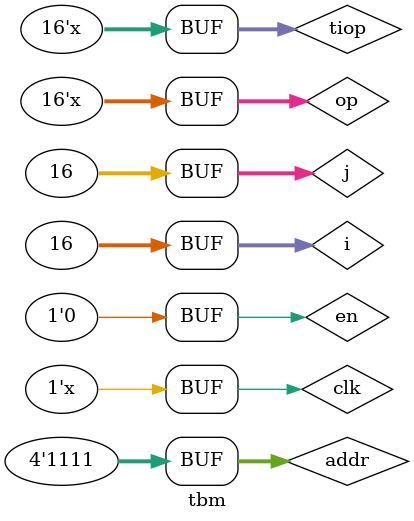
<source format=v>
module tbm ();
reg [15:0] tiop;
reg [3:0] addr;
reg en;
integer i,j;
reg clk=1;
wire [15:0] op;

l4q4 tb1 (op,clk,en,addr);
assign op=en?tiop:16'bzzzzzzzzzzzzzzzz;

always 
begin
 #5;  clk=~clk;
end

initial
begin
en=1; addr=0; tiop=0; #9
for (i=1; i<16; i=i+1)
begin
addr=i; tiop=i; #10;
end

tiop=16'bzzzzzzzzzzzzzzzz; #0                                                                                                                                                                                                                                                                                                                                                                          
en=0; addr=0; #9
for (j=1; j<16; j=j+1)
begin
addr=j; #10;  
end
end
endmodule
</source>
